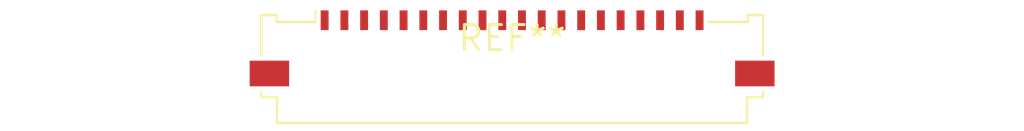
<source format=kicad_pcb>
(kicad_pcb (version 20240108) (generator pcbnew)
  (layers (0 "F.Cu" signal) (31 "B.Cu" signal) (34 "B.Paste" user) (35 "F.Paste" user) (36 "B.SilkS" user "B.Silkscreen") (37 "F.SilkS" user "F.Silkscreen") (38 "B.Mask" user) (39 "F.Mask" user) (44 "Edge.Cuts" user))
  (net 0 "")
  (footprint "Molex_200528-0200_1x20-1MP_P1.00mm_Horizontal" (layer "F.Cu") (at 0 0)
    (property "Reference" "REF**")
    (property "Value" "Molex_200528-0200_1x20-1MP_P1.00mm_Horizontal")
    (fp_line (start -12.71 -1.17) (end -12.71 0.88) (layer "F.SilkS") (stroke (width 0.12)))
    (fp_line (start -12.71 2.7) (end -12.71 3) (layer "F.SilkS") (stroke (width 0.12)))
    (fp_line (start -12.71 3) (end -11.91 3) (layer "F.SilkS") (stroke (width 0.12)))
    (fp_line (start -11.94 -1.17) (end -12.71 -1.17) (layer "F.SilkS") (stroke (width 0.12)))
    (fp_line (start -11.94 -0.82) (end -11.94 -1.17) (layer "F.SilkS") (stroke (width 0.12)))
    (fp_line (start -11.91 3) (end -11.91 4.3) (layer "F.SilkS") (stroke (width 0.12)))
    (fp_line (start -11.91 4.3) (end 11.91 4.3) (layer "F.SilkS") (stroke (width 0.12)))
    (fp_line (start -9.96 -1.41) (end -9.96 -0.82) (layer "F.SilkS") (stroke (width 0.12)))
    (fp_line (start -9.96 -0.82) (end -11.94 -0.82) (layer "F.SilkS") (stroke (width 0.12)))
    (fp_line (start 11.91 3) (end 12.71 3) (layer "F.SilkS") (stroke (width 0.12)))
    (fp_line (start 11.91 4.3) (end 11.91 3) (layer "F.SilkS") (stroke (width 0.12)))
    (fp_line (start 11.94 -1.17) (end 11.94 -0.82) (layer "F.SilkS") (stroke (width 0.12)))
    (fp_line (start 11.94 -0.82) (end 9.96 -0.82) (layer "F.SilkS") (stroke (width 0.12)))
    (fp_line (start 12.71 -1.17) (end 11.94 -1.17) (layer "F.SilkS") (stroke (width 0.12)))
    (fp_line (start 12.71 0.88) (end 12.71 -1.17) (layer "F.SilkS") (stroke (width 0.12)))
    (fp_line (start 12.71 3) (end 12.71 2.7) (layer "F.SilkS") (stroke (width 0.12)))
    (pad "1" smd rect (at -9.5 -0.91) (size 0.4 1) (layers "F.Cu" "F.Paste" "F.Mask"))
    (pad "2" smd rect (at -8.5 -0.91) (size 0.4 1) (layers "F.Cu" "F.Paste" "F.Mask"))
    (pad "3" smd rect (at -7.5 -0.91) (size 0.4 1) (layers "F.Cu" "F.Paste" "F.Mask"))
    (pad "4" smd rect (at -6.5 -0.91) (size 0.4 1) (layers "F.Cu" "F.Paste" "F.Mask"))
    (pad "5" smd rect (at -5.5 -0.91) (size 0.4 1) (layers "F.Cu" "F.Paste" "F.Mask"))
    (pad "6" smd rect (at -4.5 -0.91) (size 0.4 1) (layers "F.Cu" "F.Paste" "F.Mask"))
    (pad "7" smd rect (at -3.5 -0.91) (size 0.4 1) (layers "F.Cu" "F.Paste" "F.Mask"))
    (pad "8" smd rect (at -2.5 -0.91) (size 0.4 1) (layers "F.Cu" "F.Paste" "F.Mask"))
    (pad "9" smd rect (at -1.5 -0.91) (size 0.4 1) (layers "F.Cu" "F.Paste" "F.Mask"))
    (pad "10" smd rect (at -0.5 -0.91) (size 0.4 1) (layers "F.Cu" "F.Paste" "F.Mask"))
    (pad "11" smd rect (at 0.5 -0.91) (size 0.4 1) (layers "F.Cu" "F.Paste" "F.Mask"))
    (pad "12" smd rect (at 1.5 -0.91) (size 0.4 1) (layers "F.Cu" "F.Paste" "F.Mask"))
    (pad "13" smd rect (at 2.5 -0.91) (size 0.4 1) (layers "F.Cu" "F.Paste" "F.Mask"))
    (pad "14" smd rect (at 3.5 -0.91) (size 0.4 1) (layers "F.Cu" "F.Paste" "F.Mask"))
    (pad "15" smd rect (at 4.5 -0.91) (size 0.4 1) (layers "F.Cu" "F.Paste" "F.Mask"))
    (pad "16" smd rect (at 5.5 -0.91) (size 0.4 1) (layers "F.Cu" "F.Paste" "F.Mask"))
    (pad "17" smd rect (at 6.5 -0.91) (size 0.4 1) (layers "F.Cu" "F.Paste" "F.Mask"))
    (pad "18" smd rect (at 7.5 -0.91) (size 0.4 1) (layers "F.Cu" "F.Paste" "F.Mask"))
    (pad "19" smd rect (at 8.5 -0.91) (size 0.4 1) (layers "F.Cu" "F.Paste" "F.Mask"))
    (pad "20" smd rect (at 9.5 -0.91) (size 0.4 1) (layers "F.Cu" "F.Paste" "F.Mask"))
    (pad "MP" smd rect (at -12.3 1.79) (size 2 1.3) (layers "F.Cu" "F.Paste" "F.Mask"))
    (pad "MP" smd rect (at 12.3 1.79) (size 2 1.3) (layers "F.Cu" "F.Paste" "F.Mask"))
  )
)
</source>
